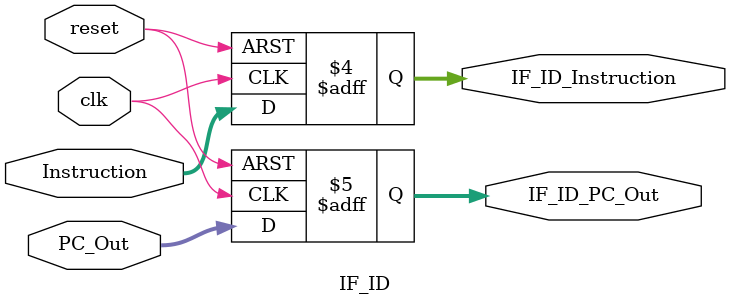
<source format=v>
module IF_ID(input clk,
             input reset,
             input [31:0] Instruction,
             input [63:0] PC_Out,
             output reg [31:0] IF_ID_Instruction,
             output reg [63:0] IF_ID_PC_Out);
  
  always @ (posedge clk or posedge reset)
    begin
      
      if (reset == 1'b1)
        begin
          IF_ID_Instruction = 0;
          IF_ID_PC_Out = 0;
        end
      
      else if (clk == 1'b1)
        begin
          IF_ID_Instruction = Instruction;
          IF_ID_PC_Out = PC_Out;
        end
      
    end
  
endmodule 
</source>
